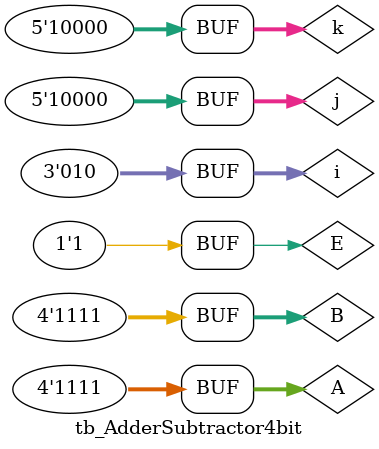
<source format=v>
`timescale 1ns / 1ps


module tb_AdderSubtractor4bit;

	// Inputs
	reg [3:0] A;
	reg [3:0] B;
	reg E;

	// Outputs
	wire [3:0] S;
	wire cout;

	// Instantiate the Unit Under Test (UUT)
	AdderSubtractor4bit uut (
		.A(A), 
		.B(B), 
		.E(E), 
		.S(S), 
		.cout(cout)
	);
	
	reg [2:0] i;
	reg [4:0] j;
	reg [4:0] k;
	initial begin
		// Initialize Inputs
		A = 0;
		B = 0;
		E = 0;

		// Wait 100 ns for global reset to finish
		#100;
        
		// Add stimulus here
		for(i=0;i<2;i=i+1) begin
			E = i;
			for(j=0;j<16;j=j+1) begin
				A = j;
				for(k=0;k<16;k=k+1) begin
					B = k;
					#10;
				end
			end
		end
	end
      
endmodule


</source>
